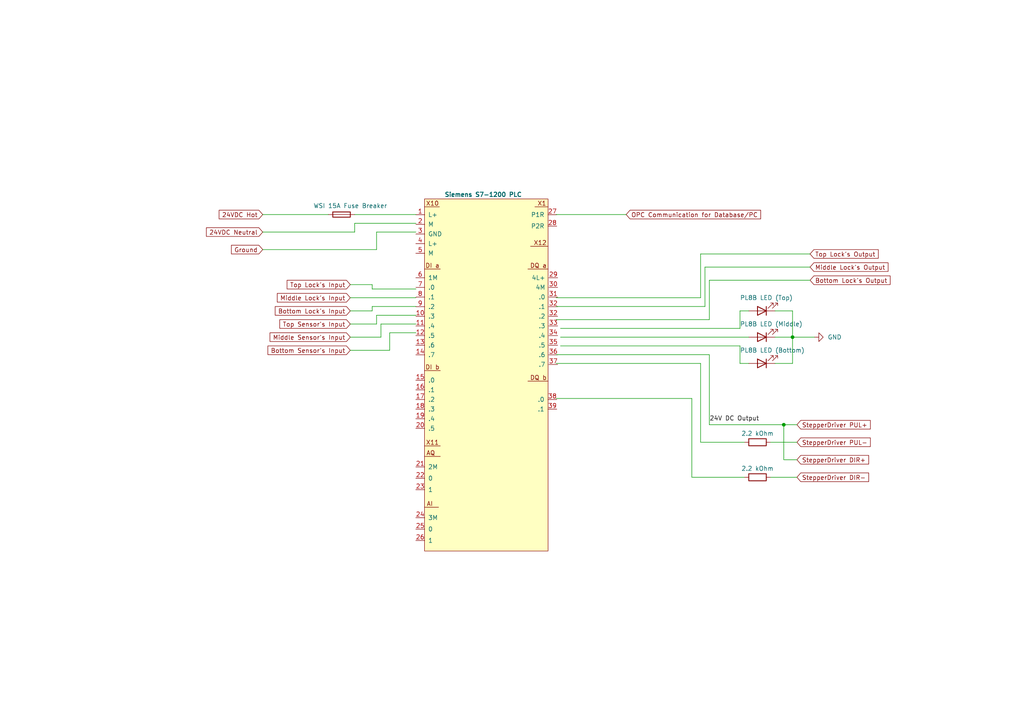
<source format=kicad_sch>
(kicad_sch (version 20211123) (generator eeschema)

  (uuid e63e39d7-6ac0-4ffd-8aa3-1841a4541b55)

  (paper "A4")

  (title_block
    (title "PLC Draft Schematic & Peripherals")
    (date "2023-02-14")
    (rev "7")
  )

  (lib_symbols
    (symbol "Device:Fuse" (pin_numbers hide) (pin_names (offset 0)) (in_bom yes) (on_board yes)
      (property "Reference" "F" (id 0) (at 2.032 0 90)
        (effects (font (size 1.27 1.27)))
      )
      (property "Value" "Fuse" (id 1) (at -1.905 0 90)
        (effects (font (size 1.27 1.27)))
      )
      (property "Footprint" "" (id 2) (at -1.778 0 90)
        (effects (font (size 1.27 1.27)) hide)
      )
      (property "Datasheet" "~" (id 3) (at 0 0 0)
        (effects (font (size 1.27 1.27)) hide)
      )
      (property "ki_keywords" "fuse" (id 4) (at 0 0 0)
        (effects (font (size 1.27 1.27)) hide)
      )
      (property "ki_description" "Fuse" (id 5) (at 0 0 0)
        (effects (font (size 1.27 1.27)) hide)
      )
      (property "ki_fp_filters" "*Fuse*" (id 6) (at 0 0 0)
        (effects (font (size 1.27 1.27)) hide)
      )
      (symbol "Fuse_0_1"
        (rectangle (start -0.762 -2.54) (end 0.762 2.54)
          (stroke (width 0.254) (type default) (color 0 0 0 0))
          (fill (type none))
        )
        (polyline
          (pts
            (xy 0 2.54)
            (xy 0 -2.54)
          )
          (stroke (width 0) (type default) (color 0 0 0 0))
          (fill (type none))
        )
      )
      (symbol "Fuse_1_1"
        (pin passive line (at 0 3.81 270) (length 1.27)
          (name "~" (effects (font (size 1.27 1.27))))
          (number "1" (effects (font (size 1.27 1.27))))
        )
        (pin passive line (at 0 -3.81 90) (length 1.27)
          (name "~" (effects (font (size 1.27 1.27))))
          (number "2" (effects (font (size 1.27 1.27))))
        )
      )
    )
    (symbol "Device:LED" (pin_numbers hide) (pin_names (offset 1.016) hide) (in_bom yes) (on_board yes)
      (property "Reference" "D" (id 0) (at 0 2.54 0)
        (effects (font (size 1.27 1.27)))
      )
      (property "Value" "LED" (id 1) (at 0 -2.54 0)
        (effects (font (size 1.27 1.27)))
      )
      (property "Footprint" "" (id 2) (at 0 0 0)
        (effects (font (size 1.27 1.27)) hide)
      )
      (property "Datasheet" "~" (id 3) (at 0 0 0)
        (effects (font (size 1.27 1.27)) hide)
      )
      (property "ki_keywords" "LED diode" (id 4) (at 0 0 0)
        (effects (font (size 1.27 1.27)) hide)
      )
      (property "ki_description" "Light emitting diode" (id 5) (at 0 0 0)
        (effects (font (size 1.27 1.27)) hide)
      )
      (property "ki_fp_filters" "LED* LED_SMD:* LED_THT:*" (id 6) (at 0 0 0)
        (effects (font (size 1.27 1.27)) hide)
      )
      (symbol "LED_0_1"
        (polyline
          (pts
            (xy -1.27 -1.27)
            (xy -1.27 1.27)
          )
          (stroke (width 0.254) (type default) (color 0 0 0 0))
          (fill (type none))
        )
        (polyline
          (pts
            (xy -1.27 0)
            (xy 1.27 0)
          )
          (stroke (width 0) (type default) (color 0 0 0 0))
          (fill (type none))
        )
        (polyline
          (pts
            (xy 1.27 -1.27)
            (xy 1.27 1.27)
            (xy -1.27 0)
            (xy 1.27 -1.27)
          )
          (stroke (width 0.254) (type default) (color 0 0 0 0))
          (fill (type none))
        )
        (polyline
          (pts
            (xy -3.048 -0.762)
            (xy -4.572 -2.286)
            (xy -3.81 -2.286)
            (xy -4.572 -2.286)
            (xy -4.572 -1.524)
          )
          (stroke (width 0) (type default) (color 0 0 0 0))
          (fill (type none))
        )
        (polyline
          (pts
            (xy -1.778 -0.762)
            (xy -3.302 -2.286)
            (xy -2.54 -2.286)
            (xy -3.302 -2.286)
            (xy -3.302 -1.524)
          )
          (stroke (width 0) (type default) (color 0 0 0 0))
          (fill (type none))
        )
      )
      (symbol "LED_1_1"
        (pin passive line (at -3.81 0 0) (length 2.54)
          (name "K" (effects (font (size 1.27 1.27))))
          (number "1" (effects (font (size 1.27 1.27))))
        )
        (pin passive line (at 3.81 0 180) (length 2.54)
          (name "A" (effects (font (size 1.27 1.27))))
          (number "2" (effects (font (size 1.27 1.27))))
        )
      )
    )
    (symbol "Device:R" (pin_numbers hide) (pin_names (offset 0)) (in_bom yes) (on_board yes)
      (property "Reference" "R" (id 0) (at 2.032 0 90)
        (effects (font (size 1.27 1.27)))
      )
      (property "Value" "R" (id 1) (at 0 0 90)
        (effects (font (size 1.27 1.27)))
      )
      (property "Footprint" "" (id 2) (at -1.778 0 90)
        (effects (font (size 1.27 1.27)) hide)
      )
      (property "Datasheet" "~" (id 3) (at 0 0 0)
        (effects (font (size 1.27 1.27)) hide)
      )
      (property "ki_keywords" "R res resistor" (id 4) (at 0 0 0)
        (effects (font (size 1.27 1.27)) hide)
      )
      (property "ki_description" "Resistor" (id 5) (at 0 0 0)
        (effects (font (size 1.27 1.27)) hide)
      )
      (property "ki_fp_filters" "R_*" (id 6) (at 0 0 0)
        (effects (font (size 1.27 1.27)) hide)
      )
      (symbol "R_0_1"
        (rectangle (start -1.016 -2.54) (end 1.016 2.54)
          (stroke (width 0.254) (type default) (color 0 0 0 0))
          (fill (type none))
        )
      )
      (symbol "R_1_1"
        (pin passive line (at 0 3.81 270) (length 1.27)
          (name "~" (effects (font (size 1.27 1.27))))
          (number "1" (effects (font (size 1.27 1.27))))
        )
        (pin passive line (at 0 -3.81 90) (length 1.27)
          (name "~" (effects (font (size 1.27 1.27))))
          (number "2" (effects (font (size 1.27 1.27))))
        )
      )
    )
    (symbol "PLC_1" (pin_names (offset 1.016)) (in_bom yes) (on_board yes)
      (property "Reference" "U?" (id 0) (at -10.16 24.13 0)
        (effects (font (size 1.27 1.27)) hide)
      )
      (property "Value" "Siemens S7-1200 PLC" (id 1) (at -9.652 24.384 0)
        (effects (font (size 1.27 1.27) bold))
      )
      (property "Footprint" "" (id 2) (at -17.78 0 0)
        (effects (font (size 1.27 1.27)) hide)
      )
      (property "Datasheet" "" (id 3) (at -17.78 0 0)
        (effects (font (size 1.27 1.27)) hide)
      )
      (property "ki_keywords" "Stepper Motor Controller" (id 4) (at 0 0 0)
        (effects (font (size 1.27 1.27)) hide)
      )
      (property "ki_description" "Stepper Motor Controller, DIP-20/SO-20" (id 5) (at 0 0 0)
        (effects (font (size 1.27 1.27)) hide)
      )
      (property "ki_fp_filters" "DIP* SO*" (id 6) (at 0 0 0)
        (effects (font (size 1.27 1.27)) hide)
      )
      (symbol "PLC_1_0_0"
        (polyline
          (pts
            (xy -26.67 -66.294)
            (xy -22.606 -66.294)
          )
          (stroke (width 0) (type default) (color 0 0 0 0))
          (fill (type none))
        )
        (polyline
          (pts
            (xy -26.67 -51.562)
            (xy -22.098 -51.562)
          )
          (stroke (width 0) (type default) (color 0 0 0 0))
          (fill (type none))
        )
        (polyline
          (pts
            (xy -26.67 -48.514)
            (xy -22.098 -48.514)
          )
          (stroke (width 0) (type default) (color 0 0 0 0))
          (fill (type none))
        )
        (polyline
          (pts
            (xy -26.67 -26.67)
            (xy -22.098 -26.67)
          )
          (stroke (width 0) (type default) (color 0 0 0 0))
          (fill (type none))
        )
        (polyline
          (pts
            (xy -26.67 2.794)
            (xy -22.098 2.794)
          )
          (stroke (width 0) (type default) (color 0 0 0 0))
          (fill (type none))
        )
        (polyline
          (pts
            (xy -26.67 20.828)
            (xy -22.352 20.828)
          )
          (stroke (width 0) (type default) (color 0 0 0 0))
          (fill (type none))
        )
        (polyline
          (pts
            (xy 9.144 -29.718)
            (xy 3.302 -29.718)
          )
          (stroke (width 0) (type default) (color 0 0 0 0))
          (fill (type none))
        )
        (polyline
          (pts
            (xy 9.144 2.794)
            (xy 3.302 2.794)
          )
          (stroke (width 0) (type default) (color 0 0 0 0))
          (fill (type none))
        )
        (polyline
          (pts
            (xy 9.144 9.398)
            (xy 4.064 9.398)
          )
          (stroke (width 0) (type default) (color 0 0 0 0))
          (fill (type none))
        )
        (polyline
          (pts
            (xy 9.144 20.828)
            (xy 5.334 20.828)
          )
          (stroke (width 0) (type default) (color 0 0 0 0))
          (fill (type none))
        )
        (text "AI" (at -25.146 -65.278 0)
          (effects (font (size 1.27 1.27)))
        )
        (text "AQ" (at -24.892 -50.546 0)
          (effects (font (size 1.27 1.27)))
        )
        (text "DI a" (at -24.384 3.81 0)
          (effects (font (size 1.27 1.27)))
        )
        (text "DI b" (at -24.384 -25.654 0)
          (effects (font (size 1.27 1.27)))
        )
        (text "DQ a" (at 6.35 3.81 0)
          (effects (font (size 1.27 1.27)))
        )
        (text "DQ b" (at 6.35 -28.702 0)
          (effects (font (size 1.27 1.27)))
        )
        (text "X1" (at 7.366 21.844 0)
          (effects (font (size 1.27 1.27)))
        )
        (text "X10" (at -24.384 21.844 0)
          (effects (font (size 1.27 1.27)))
        )
        (text "X11" (at -24.384 -47.498 0)
          (effects (font (size 1.27 1.27)))
        )
        (text "X12" (at 6.858 10.414 0)
          (effects (font (size 1.27 1.27)))
        )
      )
      (symbol "PLC_1_0_1"
        (rectangle (start -26.67 23.114) (end 9.144 -78.994)
          (stroke (width 0) (type default) (color 0 0 0 0))
          (fill (type background))
        )
      )
      (symbol "PLC_1_1_1"
        (pin input line (at -29.21 18.542 0) (length 2.54)
          (name "L+" (effects (font (size 1.27 1.27))))
          (number "1" (effects (font (size 1.27 1.27))))
        )
        (pin input line (at -29.21 -10.922 0) (length 2.54)
          (name ".3" (effects (font (size 1.27 1.27))))
          (number "10" (effects (font (size 1.27 1.27))))
        )
        (pin input line (at -29.21 -13.716 0) (length 2.54)
          (name ".4" (effects (font (size 1.27 1.27))))
          (number "11" (effects (font (size 1.27 1.27))))
        )
        (pin input line (at -29.21 -16.51 0) (length 2.54)
          (name ".5" (effects (font (size 1.27 1.27))))
          (number "12" (effects (font (size 1.27 1.27))))
        )
        (pin input line (at -29.21 -19.304 0) (length 2.54)
          (name ".6" (effects (font (size 1.27 1.27))))
          (number "13" (effects (font (size 1.27 1.27))))
        )
        (pin input line (at -29.21 -22.098 0) (length 2.54)
          (name ".7" (effects (font (size 1.27 1.27))))
          (number "14" (effects (font (size 1.27 1.27))))
        )
        (pin input line (at -29.21 -29.464 0) (length 2.54)
          (name ".0" (effects (font (size 1.27 1.27))))
          (number "15" (effects (font (size 1.27 1.27))))
        )
        (pin input line (at -29.21 -32.258 0) (length 2.54)
          (name ".1" (effects (font (size 1.27 1.27))))
          (number "16" (effects (font (size 1.27 1.27))))
        )
        (pin input line (at -29.21 -35.052 0) (length 2.54)
          (name ".2" (effects (font (size 1.27 1.27))))
          (number "17" (effects (font (size 1.27 1.27))))
        )
        (pin input line (at -29.21 -37.846 0) (length 2.54)
          (name ".3" (effects (font (size 1.27 1.27))))
          (number "18" (effects (font (size 1.27 1.27))))
        )
        (pin input line (at -29.21 -40.64 0) (length 2.54)
          (name ".4" (effects (font (size 1.27 1.27))))
          (number "19" (effects (font (size 1.27 1.27))))
        )
        (pin input line (at -29.21 15.748 0) (length 2.54)
          (name "M" (effects (font (size 1.27 1.27))))
          (number "2" (effects (font (size 1.27 1.27))))
        )
        (pin input line (at -29.21 -43.434 0) (length 2.54)
          (name ".5" (effects (font (size 1.27 1.27))))
          (number "20" (effects (font (size 1.27 1.27))))
        )
        (pin output line (at -29.21 -54.61 0) (length 2.54)
          (name "2M" (effects (font (size 1.27 1.27))))
          (number "21" (effects (font (size 1.27 1.27))))
        )
        (pin output line (at -29.21 -57.912 0) (length 2.54)
          (name "0" (effects (font (size 1.27 1.27))))
          (number "22" (effects (font (size 1.27 1.27))))
        )
        (pin output line (at -29.21 -61.214 0) (length 2.54)
          (name "1" (effects (font (size 1.27 1.27))))
          (number "23" (effects (font (size 1.27 1.27))))
        )
        (pin input line (at -29.21 -69.342 0) (length 2.54)
          (name "3M" (effects (font (size 1.27 1.27))))
          (number "24" (effects (font (size 1.27 1.27))))
        )
        (pin input line (at -29.21 -72.644 0) (length 2.54)
          (name "0" (effects (font (size 1.27 1.27))))
          (number "25" (effects (font (size 1.27 1.27))))
        )
        (pin input line (at -29.21 -75.946 0) (length 2.54)
          (name "1" (effects (font (size 1.27 1.27))))
          (number "26" (effects (font (size 1.27 1.27))))
        )
        (pin bidirectional line (at 11.684 18.542 180) (length 2.54)
          (name "P1R" (effects (font (size 1.27 1.27))))
          (number "27" (effects (font (size 1.27 1.27))))
        )
        (pin bidirectional line (at 11.684 15.24 180) (length 2.54)
          (name "P2R" (effects (font (size 1.27 1.27))))
          (number "28" (effects (font (size 1.27 1.27))))
        )
        (pin output line (at 11.938 0.254 180) (length 2.54)
          (name "4L+" (effects (font (size 1.27 1.27))))
          (number "29" (effects (font (size 1.27 1.27))))
        )
        (pin input line (at -29.21 12.954 0) (length 2.54)
          (name "GND" (effects (font (size 1.27 1.27))))
          (number "3" (effects (font (size 1.27 1.27))))
        )
        (pin output line (at 11.938 -2.54 180) (length 2.54)
          (name "4M" (effects (font (size 1.27 1.27))))
          (number "30" (effects (font (size 1.27 1.27))))
        )
        (pin output line (at 11.938 -5.334 180) (length 2.54)
          (name ".0" (effects (font (size 1.27 1.27))))
          (number "31" (effects (font (size 1.27 1.27))))
        )
        (pin output line (at 11.938 -8.128 180) (length 2.54)
          (name ".1" (effects (font (size 1.27 1.27))))
          (number "32" (effects (font (size 1.27 1.27))))
        )
        (pin output line (at 11.938 -10.922 180) (length 2.54)
          (name ".2" (effects (font (size 1.27 1.27))))
          (number "32" (effects (font (size 1.27 1.27))))
        )
        (pin output line (at 11.938 -13.716 180) (length 2.54)
          (name ".3" (effects (font (size 1.27 1.27))))
          (number "33" (effects (font (size 1.27 1.27))))
        )
        (pin output line (at 11.938 -16.51 180) (length 2.54)
          (name ".4" (effects (font (size 1.27 1.27))))
          (number "34" (effects (font (size 1.27 1.27))))
        )
        (pin output line (at 11.938 -19.304 180) (length 2.54)
          (name ".5" (effects (font (size 1.27 1.27))))
          (number "35" (effects (font (size 1.27 1.27))))
        )
        (pin output line (at 11.938 -22.098 180) (length 2.54)
          (name ".6" (effects (font (size 1.27 1.27))))
          (number "36" (effects (font (size 1.27 1.27))))
        )
        (pin output line (at 11.938 -24.892 180) (length 2.54)
          (name ".7" (effects (font (size 1.27 1.27))))
          (number "37" (effects (font (size 1.27 1.27))))
        )
        (pin output line (at 11.684 -35.052 180) (length 2.54)
          (name ".0" (effects (font (size 1.27 1.27))))
          (number "38" (effects (font (size 1.27 1.27))))
        )
        (pin output line (at 11.684 -37.846 180) (length 2.54)
          (name ".1" (effects (font (size 1.27 1.27))))
          (number "39" (effects (font (size 1.27 1.27))))
        )
        (pin input line (at -29.21 10.16 0) (length 2.54)
          (name "L+" (effects (font (size 1.27 1.27))))
          (number "4" (effects (font (size 1.27 1.27))))
        )
        (pin input line (at -29.21 7.366 0) (length 2.54)
          (name "M" (effects (font (size 1.27 1.27))))
          (number "5" (effects (font (size 1.27 1.27))))
        )
        (pin input line (at -29.21 0.254 0) (length 2.54)
          (name "1M" (effects (font (size 1.27 1.27))))
          (number "6" (effects (font (size 1.27 1.27))))
        )
        (pin input line (at -29.21 -2.54 0) (length 2.54)
          (name ".0" (effects (font (size 1.27 1.27))))
          (number "7" (effects (font (size 1.27 1.27))))
        )
        (pin input line (at -29.21 -5.334 0) (length 2.54)
          (name ".1" (effects (font (size 1.27 1.27))))
          (number "8" (effects (font (size 1.27 1.27))))
        )
        (pin input line (at -29.21 -8.128 0) (length 2.54)
          (name ".2" (effects (font (size 1.27 1.27))))
          (number "9" (effects (font (size 1.27 1.27))))
        )
      )
    )
    (symbol "power:GND" (power) (pin_names (offset 0)) (in_bom yes) (on_board yes)
      (property "Reference" "#PWR" (id 0) (at 0 -6.35 0)
        (effects (font (size 1.27 1.27)) hide)
      )
      (property "Value" "GND" (id 1) (at 0 -3.81 0)
        (effects (font (size 1.27 1.27)))
      )
      (property "Footprint" "" (id 2) (at 0 0 0)
        (effects (font (size 1.27 1.27)) hide)
      )
      (property "Datasheet" "" (id 3) (at 0 0 0)
        (effects (font (size 1.27 1.27)) hide)
      )
      (property "ki_keywords" "power-flag" (id 4) (at 0 0 0)
        (effects (font (size 1.27 1.27)) hide)
      )
      (property "ki_description" "Power symbol creates a global label with name \"GND\" , ground" (id 5) (at 0 0 0)
        (effects (font (size 1.27 1.27)) hide)
      )
      (symbol "GND_0_1"
        (polyline
          (pts
            (xy 0 0)
            (xy 0 -1.27)
            (xy 1.27 -1.27)
            (xy 0 -2.54)
            (xy -1.27 -1.27)
            (xy 0 -1.27)
          )
          (stroke (width 0) (type default) (color 0 0 0 0))
          (fill (type none))
        )
      )
      (symbol "GND_1_1"
        (pin power_in line (at 0 0 270) (length 0) hide
          (name "GND" (effects (font (size 1.27 1.27))))
          (number "1" (effects (font (size 1.27 1.27))))
        )
      )
    )
  )

  (junction (at 227.33 123.19) (diameter 0) (color 0 0 0 0)
    (uuid a9193832-c7ed-4a43-9148-cb6dd5b39427)
  )
  (junction (at 229.87 97.79) (diameter 0) (color 0 0 0 0)
    (uuid fa9b7b70-f10d-4c67-ab8b-77015da8befd)
  )

  (wire (pts (xy 113.03 101.6) (xy 113.03 96.52))
    (stroke (width 0) (type default) (color 0 0 0 0))
    (uuid 05110891-375d-45b6-ad4e-d4ab9a060ffe)
  )
  (wire (pts (xy 203.2 73.66) (xy 203.2 86.36))
    (stroke (width 0) (type default) (color 0 0 0 0))
    (uuid 068dcaed-d879-40d5-bb19-8005cf85ff26)
  )
  (wire (pts (xy 76.2 67.31) (xy 102.87 67.31))
    (stroke (width 0) (type default) (color 0 0 0 0))
    (uuid 08c9fb3a-987c-44fb-95be-3a52bb335067)
  )
  (wire (pts (xy 110.49 93.98) (xy 120.65 93.98))
    (stroke (width 0) (type default) (color 0 0 0 0))
    (uuid 092c87f8-b851-401d-b710-19ea6d053cca)
  )
  (wire (pts (xy 76.2 72.39) (xy 109.22 72.39))
    (stroke (width 0) (type default) (color 0 0 0 0))
    (uuid 09d80699-a6a9-4714-b5b0-09c47dd9807d)
  )
  (wire (pts (xy 109.22 67.31) (xy 120.65 67.31))
    (stroke (width 0) (type default) (color 0 0 0 0))
    (uuid 0a6acf54-e9fa-4886-b9b2-53ceea962ace)
  )
  (wire (pts (xy 102.87 64.77) (xy 120.65 64.77))
    (stroke (width 0) (type default) (color 0 0 0 0))
    (uuid 0c684d3a-e4ee-49eb-bea2-f0360552e8b5)
  )
  (wire (pts (xy 229.87 90.17) (xy 229.87 97.79))
    (stroke (width 0) (type default) (color 0 0 0 0))
    (uuid 16c468af-d534-4da1-bcbe-c7d0b6503ac0)
  )
  (wire (pts (xy 200.66 115.57) (xy 200.66 138.43))
    (stroke (width 0) (type default) (color 0 0 0 0))
    (uuid 1702376e-1c85-4ffb-84c8-3aeea5a8def5)
  )
  (wire (pts (xy 76.2 62.23) (xy 95.25 62.23))
    (stroke (width 0) (type default) (color 0 0 0 0))
    (uuid 18b03b6c-3eb5-4931-9e00-90a86c749f22)
  )
  (wire (pts (xy 102.87 62.23) (xy 120.65 62.23))
    (stroke (width 0) (type default) (color 0 0 0 0))
    (uuid 210b172c-b965-4a60-99f4-39f3cf0b0a90)
  )
  (wire (pts (xy 224.79 105.41) (xy 229.87 105.41))
    (stroke (width 0) (type default) (color 0 0 0 0))
    (uuid 231d3e75-361d-4e39-bfa6-a63535d289c8)
  )
  (wire (pts (xy 214.63 95.25) (xy 214.63 90.17))
    (stroke (width 0) (type default) (color 0 0 0 0))
    (uuid 305ce1cb-3dce-4142-99dd-1117b2caf7db)
  )
  (wire (pts (xy 110.49 97.79) (xy 110.49 93.98))
    (stroke (width 0) (type default) (color 0 0 0 0))
    (uuid 35e11ac0-1327-47b6-a02c-68d90aa3e83a)
  )
  (wire (pts (xy 205.74 81.28) (xy 205.74 92.71))
    (stroke (width 0) (type default) (color 0 0 0 0))
    (uuid 37eedccd-2d05-4c89-a56b-989ae055e4d9)
  )
  (wire (pts (xy 102.87 64.77) (xy 102.87 67.31))
    (stroke (width 0) (type default) (color 0 0 0 0))
    (uuid 3869cd68-2179-440e-8615-471bacbde811)
  )
  (wire (pts (xy 203.2 105.41) (xy 203.2 128.27))
    (stroke (width 0) (type default) (color 0 0 0 0))
    (uuid 3a801748-6d9e-4dca-8ee5-5a13de14e9f3)
  )
  (wire (pts (xy 109.22 93.98) (xy 109.22 91.44))
    (stroke (width 0) (type default) (color 0 0 0 0))
    (uuid 3ceb5efe-6f7d-4141-9b35-2646d4cc1629)
  )
  (wire (pts (xy 205.74 123.19) (xy 227.33 123.19))
    (stroke (width 0) (type default) (color 0 0 0 0))
    (uuid 402b1ac6-0dcc-47d1-82eb-eac43ac0cbbf)
  )
  (wire (pts (xy 224.79 97.79) (xy 229.87 97.79))
    (stroke (width 0) (type default) (color 0 0 0 0))
    (uuid 42616f75-48f1-4452-aff4-7a143c90f9c1)
  )
  (wire (pts (xy 223.52 128.27) (xy 231.14 128.27))
    (stroke (width 0) (type default) (color 0 0 0 0))
    (uuid 4d2ef845-3f3f-4c64-83b5-65a303e1acab)
  )
  (wire (pts (xy 215.9 128.27) (xy 203.2 128.27))
    (stroke (width 0) (type default) (color 0 0 0 0))
    (uuid 50d26a03-9cb0-49a0-8123-3074d1f8000d)
  )
  (wire (pts (xy 205.74 102.87) (xy 205.74 123.19))
    (stroke (width 0) (type default) (color 0 0 0 0))
    (uuid 51ab3a6c-36b1-4056-a2d2-39c83ee99c02)
  )
  (wire (pts (xy 101.6 101.6) (xy 113.03 101.6))
    (stroke (width 0) (type default) (color 0 0 0 0))
    (uuid 5b228b23-edaa-4982-977a-4210fe50ee48)
  )
  (wire (pts (xy 223.52 138.43) (xy 231.14 138.43))
    (stroke (width 0) (type default) (color 0 0 0 0))
    (uuid 5d52ca86-5357-4779-8ff2-1adf7e4a8d7b)
  )
  (wire (pts (xy 227.33 123.19) (xy 227.33 133.35))
    (stroke (width 0) (type default) (color 0 0 0 0))
    (uuid 680443cc-02a3-4650-97ba-57e10991efbe)
  )
  (wire (pts (xy 107.95 83.82) (xy 120.65 83.82))
    (stroke (width 0) (type default) (color 0 0 0 0))
    (uuid 6b0b1983-796c-4225-8c17-520c4cca2173)
  )
  (wire (pts (xy 204.47 77.47) (xy 234.95 77.47))
    (stroke (width 0) (type default) (color 0 0 0 0))
    (uuid 6bbf12a1-8d25-4ca5-b5f1-ca39fff6aecc)
  )
  (wire (pts (xy 161.29 62.23) (xy 181.61 62.23))
    (stroke (width 0) (type default) (color 0 0 0 0))
    (uuid 6e52187f-c912-493c-9c25-b2747a398a58)
  )
  (wire (pts (xy 229.87 105.41) (xy 229.87 97.79))
    (stroke (width 0) (type default) (color 0 0 0 0))
    (uuid 6fa63556-4f50-4e0c-aae7-9ad72f7a87bf)
  )
  (wire (pts (xy 204.47 77.47) (xy 204.47 88.9))
    (stroke (width 0) (type default) (color 0 0 0 0))
    (uuid 7312cd70-afd2-4a75-8d0a-d45757abded1)
  )
  (wire (pts (xy 227.33 133.35) (xy 231.14 133.35))
    (stroke (width 0) (type default) (color 0 0 0 0))
    (uuid 753c5e4c-b6d7-44fd-8e5e-53802555fdd5)
  )
  (wire (pts (xy 162.56 95.25) (xy 214.63 95.25))
    (stroke (width 0) (type default) (color 0 0 0 0))
    (uuid 769b6d36-5b07-43fc-8490-e0349b9c48dd)
  )
  (wire (pts (xy 101.6 90.17) (xy 107.95 90.17))
    (stroke (width 0) (type default) (color 0 0 0 0))
    (uuid 7bba7c90-2470-4228-93a1-59c5b9ef6fe8)
  )
  (wire (pts (xy 107.95 82.55) (xy 107.95 83.82))
    (stroke (width 0) (type default) (color 0 0 0 0))
    (uuid 7fbf2a3c-2d2a-41fa-8a07-eecb608ac8c0)
  )
  (wire (pts (xy 162.56 100.33) (xy 214.63 100.33))
    (stroke (width 0) (type default) (color 0 0 0 0))
    (uuid 82589133-6731-425e-aa07-787b6faa39b4)
  )
  (wire (pts (xy 161.29 92.71) (xy 205.74 92.71))
    (stroke (width 0) (type default) (color 0 0 0 0))
    (uuid 85ab9907-7ba3-4e78-9df7-09aa5030db8f)
  )
  (wire (pts (xy 161.29 105.41) (xy 203.2 105.41))
    (stroke (width 0) (type default) (color 0 0 0 0))
    (uuid 8c01972c-1cd2-4631-90e0-cde169da54a9)
  )
  (wire (pts (xy 161.29 115.57) (xy 200.66 115.57))
    (stroke (width 0) (type default) (color 0 0 0 0))
    (uuid 90ec8177-da4e-447f-8391-9fa538c44081)
  )
  (wire (pts (xy 217.17 105.41) (xy 214.63 105.41))
    (stroke (width 0) (type default) (color 0 0 0 0))
    (uuid 91219f3e-be7e-4688-aa74-d9eac77d10e5)
  )
  (wire (pts (xy 113.03 96.52) (xy 120.65 96.52))
    (stroke (width 0) (type default) (color 0 0 0 0))
    (uuid 9253a88b-6cfc-4eab-aa15-d0e66bd95ab9)
  )
  (wire (pts (xy 205.74 81.28) (xy 234.95 81.28))
    (stroke (width 0) (type default) (color 0 0 0 0))
    (uuid 9f448b19-4547-4a64-bae2-523a7a2ac9f9)
  )
  (wire (pts (xy 162.56 97.79) (xy 217.17 97.79))
    (stroke (width 0) (type default) (color 0 0 0 0))
    (uuid a223cf79-96d0-464d-9fb8-ac24ac3092dd)
  )
  (wire (pts (xy 214.63 90.17) (xy 217.17 90.17))
    (stroke (width 0) (type default) (color 0 0 0 0))
    (uuid a3248ccb-596f-4535-85d7-5e17c2cd5c9d)
  )
  (wire (pts (xy 109.22 91.44) (xy 120.65 91.44))
    (stroke (width 0) (type default) (color 0 0 0 0))
    (uuid aadabb98-8011-41ba-a003-5a9c3c041ef6)
  )
  (wire (pts (xy 107.95 88.9) (xy 120.65 88.9))
    (stroke (width 0) (type default) (color 0 0 0 0))
    (uuid b630d0a3-0b5c-4999-87f5-8eef7139902c)
  )
  (wire (pts (xy 101.6 82.55) (xy 107.95 82.55))
    (stroke (width 0) (type default) (color 0 0 0 0))
    (uuid c65a400f-89ad-4583-9810-16d85b9e2bf9)
  )
  (wire (pts (xy 214.63 105.41) (xy 214.63 100.33))
    (stroke (width 0) (type default) (color 0 0 0 0))
    (uuid c8613714-20bd-4f3f-8ef4-eb3a726bcf71)
  )
  (wire (pts (xy 229.87 97.79) (xy 236.22 97.79))
    (stroke (width 0) (type default) (color 0 0 0 0))
    (uuid d164246d-59d9-4cbd-ae9f-f0c15c96c404)
  )
  (wire (pts (xy 161.29 88.9) (xy 204.47 88.9))
    (stroke (width 0) (type default) (color 0 0 0 0))
    (uuid d21ddd6e-4b3f-4669-b051-c9c5e847cbed)
  )
  (wire (pts (xy 231.14 123.19) (xy 227.33 123.19))
    (stroke (width 0) (type default) (color 0 0 0 0))
    (uuid dcb67dde-520a-4387-84d2-c1e91db1bcf4)
  )
  (wire (pts (xy 101.6 97.79) (xy 110.49 97.79))
    (stroke (width 0) (type default) (color 0 0 0 0))
    (uuid e0e548a1-16b4-499b-9693-ed921759a5bd)
  )
  (wire (pts (xy 101.6 86.36) (xy 120.65 86.36))
    (stroke (width 0) (type default) (color 0 0 0 0))
    (uuid e501367a-c562-4ec4-9750-07d87a37533c)
  )
  (wire (pts (xy 215.9 138.43) (xy 200.66 138.43))
    (stroke (width 0) (type default) (color 0 0 0 0))
    (uuid e60e7b2a-be1a-40ac-8a8d-b4d6a5df8bf6)
  )
  (wire (pts (xy 109.22 72.39) (xy 109.22 67.31))
    (stroke (width 0) (type default) (color 0 0 0 0))
    (uuid f073cf98-6734-4ea9-827f-4c4cecb730a6)
  )
  (wire (pts (xy 101.6 93.98) (xy 109.22 93.98))
    (stroke (width 0) (type default) (color 0 0 0 0))
    (uuid f1e37b3a-9f2e-4907-9e66-57bad90d770a)
  )
  (wire (pts (xy 161.29 102.87) (xy 205.74 102.87))
    (stroke (width 0) (type default) (color 0 0 0 0))
    (uuid f87abd9d-5377-4e53-8dcc-07029e83c3d8)
  )
  (wire (pts (xy 161.29 86.36) (xy 203.2 86.36))
    (stroke (width 0) (type default) (color 0 0 0 0))
    (uuid fb1a0187-6bd9-40fe-ad31-91c02944d7bc)
  )
  (wire (pts (xy 107.95 90.17) (xy 107.95 88.9))
    (stroke (width 0) (type default) (color 0 0 0 0))
    (uuid fb7bbd2f-2d3a-4173-87ee-c0129974f06b)
  )
  (wire (pts (xy 224.79 90.17) (xy 229.87 90.17))
    (stroke (width 0) (type default) (color 0 0 0 0))
    (uuid fbd2d1be-3adf-434c-b3f9-a8fc3476f9a6)
  )
  (wire (pts (xy 203.2 73.66) (xy 234.95 73.66))
    (stroke (width 0) (type default) (color 0 0 0 0))
    (uuid fd82e840-dd5b-4d2f-b981-bafa8f50aca5)
  )

  (label "24V DC Output" (at 205.7908 122.3772 0)
    (effects (font (size 1.27 1.27)) (justify left bottom))
    (uuid 967db358-63c5-4273-8f02-cdda8e7df9e5)
  )

  (global_label "Ground" (shape input) (at 76.2 72.39 180) (fields_autoplaced)
    (effects (font (size 1.27 1.27)) (justify right))
    (uuid 0be47f5e-8728-4813-9da5-3e9b67d971d3)
    (property "Intersheet References" "${INTERSHEET_REFS}" (id 0) (at 67.1345 72.3106 0)
      (effects (font (size 1.27 1.27)) (justify right) hide)
    )
  )
  (global_label "24VDC Neutral" (shape input) (at 76.2 67.31 180) (fields_autoplaced)
    (effects (font (size 1.27 1.27)) (justify right))
    (uuid 30e6da1a-ec42-41f7-ae0a-ea640aeea44d)
    (property "Intersheet References" "${INTERSHEET_REFS}" (id 0) (at 59.8774 67.2306 0)
      (effects (font (size 1.27 1.27)) (justify right) hide)
    )
  )
  (global_label "OPC Communication for Database{slash}PC" (shape input) (at 181.61 62.23 0) (fields_autoplaced)
    (effects (font (size 1.27 1.27)) (justify left))
    (uuid 3254cfdc-de6b-41ac-bd6e-bd22508ab191)
    (property "Intersheet References" "${INTERSHEET_REFS}" (id 0) (at 220.6112 62.1506 0)
      (effects (font (size 1.27 1.27)) (justify left) hide)
    )
  )
  (global_label "Top Sensor's Input" (shape input) (at 101.6 93.98 180) (fields_autoplaced)
    (effects (font (size 1.27 1.27)) (justify right))
    (uuid 6683181c-ff33-435f-a8ae-7ae899d522fd)
    (property "Intersheet References" "${INTERSHEET_REFS}" (id 0) (at 81.165 93.9006 0)
      (effects (font (size 1.27 1.27)) (justify right) hide)
    )
  )
  (global_label "StepperDriver PUL-" (shape input) (at 231.14 128.27 0) (fields_autoplaced)
    (effects (font (size 1.27 1.27)) (justify left))
    (uuid 6da97060-1048-4232-bed9-c452ebfc3313)
    (property "Intersheet References" "${INTERSHEET_REFS}" (id 0) (at 252.4217 128.1906 0)
      (effects (font (size 1.27 1.27)) (justify left) hide)
    )
  )
  (global_label "StepperDriver DIR+" (shape input) (at 231.14 133.35 0) (fields_autoplaced)
    (effects (font (size 1.27 1.27)) (justify left))
    (uuid 70e136b3-854b-4d8d-ab59-757e7490b6db)
    (property "Intersheet References" "${INTERSHEET_REFS}" (id 0) (at 251.9379 133.2706 0)
      (effects (font (size 1.27 1.27)) (justify left) hide)
    )
  )
  (global_label "Bottom Lock's Output" (shape input) (at 234.95 81.28 0) (fields_autoplaced)
    (effects (font (size 1.27 1.27)) (justify left))
    (uuid 775fbe42-771d-4246-b00c-0db42a964f39)
    (property "Intersheet References" "${INTERSHEET_REFS}" (id 0) (at 258.1669 81.2006 0)
      (effects (font (size 1.27 1.27)) (justify left) hide)
    )
  )
  (global_label "Bottom Lock's Input" (shape input) (at 101.6 90.17 180) (fields_autoplaced)
    (effects (font (size 1.27 1.27)) (justify right))
    (uuid 83ebc2c8-57f1-4c14-bc02-d7969a53f58e)
    (property "Intersheet References" "${INTERSHEET_REFS}" (id 0) (at 79.8345 90.0906 0)
      (effects (font (size 1.27 1.27)) (justify right) hide)
    )
  )
  (global_label "StepperDriver DIR-" (shape input) (at 231.14 138.43 0) (fields_autoplaced)
    (effects (font (size 1.27 1.27)) (justify left))
    (uuid 8a6f9313-a045-4538-abdf-f44bc8bbc284)
    (property "Intersheet References" "${INTERSHEET_REFS}" (id 0) (at 251.9379 138.3506 0)
      (effects (font (size 1.27 1.27)) (justify left) hide)
    )
  )
  (global_label "Middle Sensor's Input" (shape input) (at 101.6 97.79 180) (fields_autoplaced)
    (effects (font (size 1.27 1.27)) (justify right))
    (uuid 8f4192f0-f378-4bf8-9880-5953684b3335)
    (property "Intersheet References" "${INTERSHEET_REFS}" (id 0) (at 78.3226 97.7106 0)
      (effects (font (size 1.27 1.27)) (justify right) hide)
    )
  )
  (global_label "Top Lock's Output" (shape input) (at 234.95 73.66 0) (fields_autoplaced)
    (effects (font (size 1.27 1.27)) (justify left))
    (uuid 8f5f33f5-bf10-45cb-855e-2741b056cb97)
    (property "Intersheet References" "${INTERSHEET_REFS}" (id 0) (at 254.7198 73.5806 0)
      (effects (font (size 1.27 1.27)) (justify left) hide)
    )
  )
  (global_label "Bottom Sensor's Input" (shape input) (at 101.6 101.6 180) (fields_autoplaced)
    (effects (font (size 1.27 1.27)) (justify right))
    (uuid 9a1415b5-8fd0-49dd-8ec4-40840d9491d6)
    (property "Intersheet References" "${INTERSHEET_REFS}" (id 0) (at 77.7179 101.5206 0)
      (effects (font (size 1.27 1.27)) (justify right) hide)
    )
  )
  (global_label "24VDC Hot" (shape input) (at 76.2 62.23 180) (fields_autoplaced)
    (effects (font (size 1.27 1.27)) (justify right))
    (uuid 9e838fb8-ba8a-4829-aa7e-5c1e4f925533)
    (property "Intersheet References" "${INTERSHEET_REFS}" (id 0) (at 63.5664 62.1506 0)
      (effects (font (size 1.27 1.27)) (justify right) hide)
    )
  )
  (global_label "Middle Lock's Input" (shape input) (at 101.6 86.36 180) (fields_autoplaced)
    (effects (font (size 1.27 1.27)) (justify right))
    (uuid a347fadb-5552-4829-b688-d69381797853)
    (property "Intersheet References" "${INTERSHEET_REFS}" (id 0) (at 80.4393 86.2806 0)
      (effects (font (size 1.27 1.27)) (justify right) hide)
    )
  )
  (global_label "Top Lock's Input" (shape input) (at 101.6 82.55 180) (fields_autoplaced)
    (effects (font (size 1.27 1.27)) (justify right))
    (uuid d5aa3415-dfcf-4181-bccb-2cccafe36c16)
    (property "Intersheet References" "${INTERSHEET_REFS}" (id 0) (at 83.2817 82.4706 0)
      (effects (font (size 1.27 1.27)) (justify right) hide)
    )
  )
  (global_label "StepperDriver PUL+" (shape input) (at 231.14 123.19 0) (fields_autoplaced)
    (effects (font (size 1.27 1.27)) (justify left))
    (uuid f28a732f-49e8-4d99-a7a1-fc691a4e9e54)
    (property "Intersheet References" "${INTERSHEET_REFS}" (id 0) (at 252.4217 123.1106 0)
      (effects (font (size 1.27 1.27)) (justify left) hide)
    )
  )
  (global_label "Middle Lock's Output" (shape input) (at 234.95 77.47 0) (fields_autoplaced)
    (effects (font (size 1.27 1.27)) (justify left))
    (uuid fa627dbb-3bc7-4063-b744-ff1853f282b4)
    (property "Intersheet References" "${INTERSHEET_REFS}" (id 0) (at 257.5621 77.3906 0)
      (effects (font (size 1.27 1.27)) (justify left) hide)
    )
  )

  (symbol (lib_id "Device:LED") (at 220.98 90.17 180) (unit 1)
    (in_bom yes) (on_board yes)
    (uuid 2e9b6382-5ead-419d-86d8-424b258d656c)
    (property "Reference" "D?" (id 0) (at 221.2974 86.36 90)
      (effects (font (size 1.27 1.27)) (justify right) hide)
    )
    (property "Value" "PL8B LED (Top)" (id 1) (at 214.63 86.36 0)
      (effects (font (size 1.27 1.27)) (justify right))
    )
    (property "Footprint" "" (id 2) (at 220.98 90.17 0)
      (effects (font (size 1.27 1.27)) hide)
    )
    (property "Datasheet" "~" (id 3) (at 220.98 90.17 0)
      (effects (font (size 1.27 1.27)) hide)
    )
    (pin "1" (uuid d188bfcd-0f52-4ac5-9106-862246150b8c))
    (pin "2" (uuid 146f8b15-2038-4140-a18a-707f7b17f06e))
  )

  (symbol (lib_id "Device:LED") (at 220.98 105.41 180) (unit 1)
    (in_bom yes) (on_board yes)
    (uuid 2ea86b7b-132c-43d8-9407-59ddf8a04778)
    (property "Reference" "D?" (id 0) (at 221.2974 101.6 90)
      (effects (font (size 1.27 1.27)) (justify right) hide)
    )
    (property "Value" "PL8B LED (Bottom)" (id 1) (at 214.63 101.6 0)
      (effects (font (size 1.27 1.27)) (justify right))
    )
    (property "Footprint" "" (id 2) (at 220.98 105.41 0)
      (effects (font (size 1.27 1.27)) hide)
    )
    (property "Datasheet" "~" (id 3) (at 220.98 105.41 0)
      (effects (font (size 1.27 1.27)) hide)
    )
    (pin "1" (uuid 4bc9a63f-d693-4e00-b42c-fad86eddd2b5))
    (pin "2" (uuid 537a3cfa-1cce-4ba2-80db-941476c6028e))
  )

  (symbol (lib_name "PLC_1") (lib_id "Driver_Motor:PLC") (at 149.8092 80.8228 0) (unit 1)
    (in_bom yes) (on_board yes) (fields_autoplaced)
    (uuid 76bf2261-679b-429f-a83b-1503b628c1b6)
    (property "Reference" "U?" (id 0) (at 139.6492 56.6928 0)
      (effects (font (size 1.27 1.27)) hide)
    )
    (property "Value" "Siemens S7-1200 PLC" (id 1) (at 140.1572 56.4388 0)
      (effects (font (size 1.27 1.27) bold))
    )
    (property "Footprint" "" (id 2) (at 132.0292 80.8228 0)
      (effects (font (size 1.27 1.27)) hide)
    )
    (property "Datasheet" "" (id 3) (at 132.0292 80.8228 0)
      (effects (font (size 1.27 1.27)) hide)
    )
    (pin "1" (uuid 3b68e848-5b5c-4b6a-9af8-c353c06d0af7))
    (pin "10" (uuid 4b49c737-d00a-4236-bc16-b131d24efaa0))
    (pin "11" (uuid 33a4cf23-065a-4865-8ccf-843821129e65))
    (pin "12" (uuid 4dd47e39-9eb1-48bf-a301-0a431ae6f535))
    (pin "13" (uuid 798b3d00-69ee-43b8-a149-366f724b5aaa))
    (pin "14" (uuid aa1554cb-c6a5-4159-a87a-4f6068d5bc79))
    (pin "15" (uuid 8a82579f-3e2b-4cc9-bf22-54fb58341202))
    (pin "16" (uuid dfb2dc03-929e-489c-bb43-aadd5ab7bac2))
    (pin "17" (uuid fac100ca-0b3f-4186-974f-717813d82bfc))
    (pin "18" (uuid 4f246ed5-5ce1-43f1-90df-71a81a010ef7))
    (pin "19" (uuid dd1b337a-bbde-4250-a135-331f4a37607e))
    (pin "2" (uuid 6557385a-64d2-4344-b178-72263173d74d))
    (pin "20" (uuid 8c351aca-7ac1-4143-99a1-c11bc528d167))
    (pin "21" (uuid 86ae7814-10ee-4623-8d07-762f307e7ebd))
    (pin "22" (uuid d4992b1a-2b1f-47cb-ab92-7d2e7f17da2b))
    (pin "23" (uuid df20c110-8e07-4d14-9f21-ace0d729f065))
    (pin "24" (uuid 5a558b50-efe7-4a60-bf91-164209d51b08))
    (pin "25" (uuid baf84b07-9e74-4eed-8bb6-5f715de3c21c))
    (pin "26" (uuid a84255b3-c7e7-4f93-b0a0-1512719db7fb))
    (pin "27" (uuid 387df214-7c97-4958-8e0c-da80b02f4e7b))
    (pin "28" (uuid 57cf5418-bb03-4dab-82fe-fcd563e52f9d))
    (pin "29" (uuid 4fb85b67-2582-49c3-95ac-f0db0dd50d84))
    (pin "3" (uuid 3755cee3-b968-46bb-b0ac-6c3325cadf42))
    (pin "30" (uuid de9975cd-2989-49e3-8f87-383bcdce09b1))
    (pin "31" (uuid 046cd3cd-a56f-4ca8-9a5b-99815387ebf0))
    (pin "32" (uuid 4c06b93c-acb8-453e-befd-8d4ec1ad282c))
    (pin "32" (uuid 4c06b93c-acb8-453e-befd-8d4ec1ad282c))
    (pin "33" (uuid c1017601-420a-4b08-b49a-203eb6af7ae3))
    (pin "34" (uuid 8650ca59-40ba-4472-a9e1-0ea2451c9816))
    (pin "35" (uuid 7780d088-b80b-47d0-8a34-13140e38bd93))
    (pin "36" (uuid e4d5d64d-011d-4a13-85c7-28084e09ac8b))
    (pin "37" (uuid a1dc8bc3-7319-4de1-bb64-ecf34c0ba8bb))
    (pin "38" (uuid abbc04c0-23a4-4f70-8171-7cf49d5145dc))
    (pin "39" (uuid 31a4267c-483a-4f8c-9e08-967fa6f67e2a))
    (pin "4" (uuid c80e039a-22c3-41f5-97aa-43b017da8ef7))
    (pin "5" (uuid d30bd3c7-a739-4453-9d19-5f26ec008055))
    (pin "6" (uuid 71419949-078d-48da-a840-89d305f15a29))
    (pin "7" (uuid 285ebbfd-4f4c-42e0-ae09-660bcdfa6b9b))
    (pin "8" (uuid ba5daa92-275b-4f90-859a-3aa068896416))
    (pin "9" (uuid e95e994c-320c-46f4-a429-7d584f7589c1))
  )

  (symbol (lib_id "Device:R") (at 219.71 128.27 90) (unit 1)
    (in_bom yes) (on_board yes)
    (uuid 92da9f6d-90ca-49fc-ba66-2f9a7f946f8e)
    (property "Reference" "R?" (id 0) (at 219.71 121.92 90)
      (effects (font (size 1.27 1.27)) hide)
    )
    (property "Value" "2.2 kOhm" (id 1) (at 219.71 125.73 90))
    (property "Footprint" "" (id 2) (at 219.71 130.048 90)
      (effects (font (size 1.27 1.27)) hide)
    )
    (property "Datasheet" "~" (id 3) (at 219.71 128.27 0)
      (effects (font (size 1.27 1.27)) hide)
    )
    (pin "1" (uuid 7465740f-6bfc-4c0e-9839-e36c551ccab1))
    (pin "2" (uuid 6c1d7e60-70c1-4513-b4a0-0caf364907e9))
  )

  (symbol (lib_id "Device:Fuse") (at 99.06 62.23 90) (unit 1)
    (in_bom yes) (on_board yes)
    (uuid b05af61d-3c1d-44cf-aea2-61fd169c9d1a)
    (property "Reference" "F?" (id 0) (at 99.06 55.88 90)
      (effects (font (size 1.27 1.27)) hide)
    )
    (property "Value" "WSI 15A Fuse Breaker" (id 1) (at 101.6 59.69 90))
    (property "Footprint" "" (id 2) (at 99.06 64.008 90)
      (effects (font (size 1.27 1.27)) hide)
    )
    (property "Datasheet" "~" (id 3) (at 99.06 62.23 0)
      (effects (font (size 1.27 1.27)) hide)
    )
    (pin "1" (uuid 22fad860-3ccd-4e16-bb76-65feba77694a))
    (pin "2" (uuid b2944857-047d-4655-a00b-49e658220448))
  )

  (symbol (lib_id "Device:LED") (at 220.98 97.79 180) (unit 1)
    (in_bom yes) (on_board yes)
    (uuid c30f7f8b-fc55-44cd-90f9-8b30fc3ede1e)
    (property "Reference" "D?" (id 0) (at 221.2974 93.98 90)
      (effects (font (size 1.27 1.27)) (justify right) hide)
    )
    (property "Value" "PL8B LED (Middle)" (id 1) (at 214.63 93.98 0)
      (effects (font (size 1.27 1.27)) (justify right))
    )
    (property "Footprint" "" (id 2) (at 220.98 97.79 0)
      (effects (font (size 1.27 1.27)) hide)
    )
    (property "Datasheet" "~" (id 3) (at 220.98 97.79 0)
      (effects (font (size 1.27 1.27)) hide)
    )
    (pin "1" (uuid 4cd4694b-70d6-401f-9b27-b1561be129e0))
    (pin "2" (uuid 1f317d87-3b20-43b5-83ee-420280c9b4af))
  )

  (symbol (lib_id "power:GND") (at 236.22 97.79 90) (unit 1)
    (in_bom yes) (on_board yes) (fields_autoplaced)
    (uuid ed5d39ea-65de-412e-b11a-b2ad00dc5ec7)
    (property "Reference" "#PWR?" (id 0) (at 242.57 97.79 0)
      (effects (font (size 1.27 1.27)) hide)
    )
    (property "Value" "GND" (id 1) (at 240.03 97.7899 90)
      (effects (font (size 1.27 1.27)) (justify right))
    )
    (property "Footprint" "" (id 2) (at 236.22 97.79 0)
      (effects (font (size 1.27 1.27)) hide)
    )
    (property "Datasheet" "" (id 3) (at 236.22 97.79 0)
      (effects (font (size 1.27 1.27)) hide)
    )
    (pin "1" (uuid 1e109ba7-f78b-4164-848d-bedc2b517e5e))
  )

  (symbol (lib_id "Device:R") (at 219.71 138.43 90) (unit 1)
    (in_bom yes) (on_board yes)
    (uuid f05f02f0-36e5-4fe6-ad50-2c99d89ae575)
    (property "Reference" "R?" (id 0) (at 219.71 132.08 90)
      (effects (font (size 1.27 1.27)) hide)
    )
    (property "Value" "2.2 kOhm" (id 1) (at 219.71 135.89 90))
    (property "Footprint" "" (id 2) (at 219.71 140.208 90)
      (effects (font (size 1.27 1.27)) hide)
    )
    (property "Datasheet" "~" (id 3) (at 219.71 138.43 0)
      (effects (font (size 1.27 1.27)) hide)
    )
    (pin "1" (uuid 7a5d4235-053b-4313-9848-050fdfe03e39))
    (pin "2" (uuid 406ce492-c437-4b40-b7dc-9ba696383b84))
  )

  (sheet_instances
    (path "/" (page "1"))
  )

  (symbol_instances
    (path "/ed5d39ea-65de-412e-b11a-b2ad00dc5ec7"
      (reference "#PWR?") (unit 1) (value "GND") (footprint "")
    )
    (path "/2e9b6382-5ead-419d-86d8-424b258d656c"
      (reference "D?") (unit 1) (value "PL8B LED (Top)") (footprint "")
    )
    (path "/2ea86b7b-132c-43d8-9407-59ddf8a04778"
      (reference "D?") (unit 1) (value "PL8B LED (Bottom)") (footprint "")
    )
    (path "/c30f7f8b-fc55-44cd-90f9-8b30fc3ede1e"
      (reference "D?") (unit 1) (value "PL8B LED (Middle)") (footprint "")
    )
    (path "/b05af61d-3c1d-44cf-aea2-61fd169c9d1a"
      (reference "F?") (unit 1) (value "WSI 15A Fuse Breaker") (footprint "")
    )
    (path "/92da9f6d-90ca-49fc-ba66-2f9a7f946f8e"
      (reference "R?") (unit 1) (value "2.2 kOhm") (footprint "")
    )
    (path "/f05f02f0-36e5-4fe6-ad50-2c99d89ae575"
      (reference "R?") (unit 1) (value "2.2 kOhm") (footprint "")
    )
    (path "/76bf2261-679b-429f-a83b-1503b628c1b6"
      (reference "U?") (unit 1) (value "Siemens S7-1200 PLC") (footprint "")
    )
  )
)

</source>
